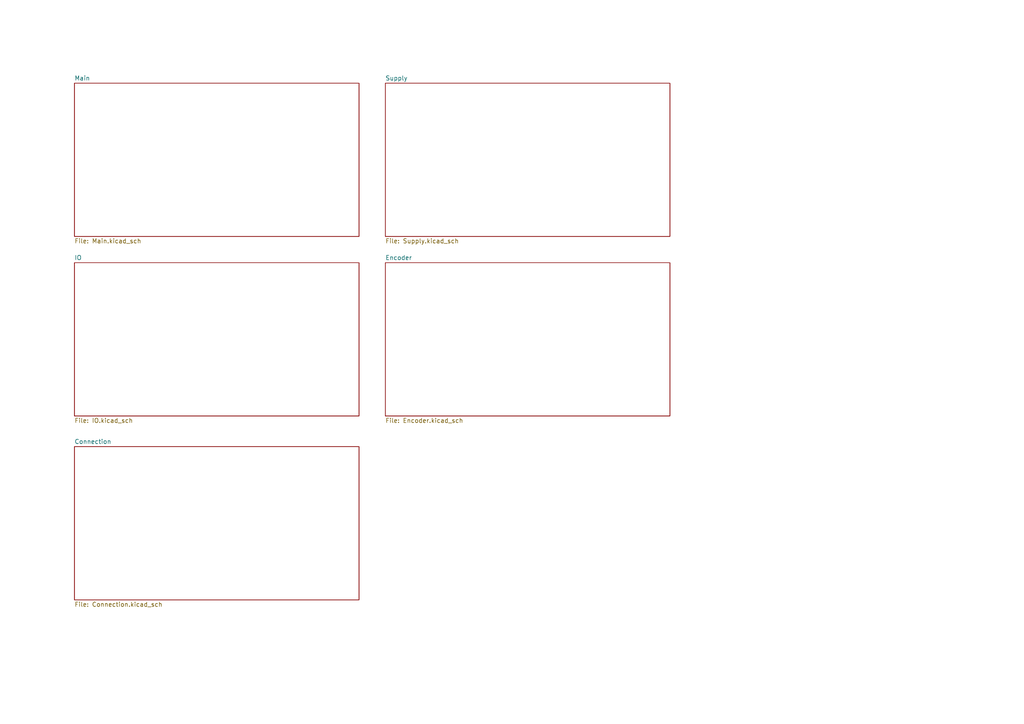
<source format=kicad_sch>
(kicad_sch (version 20211123) (generator eeschema)
  (paper "A4")
  (lib_symbols)
  (sheet (at 111.76 76.2) (size 82.55 44.45) (stroke (width 0.1524))
    (property "Sheet name" "Encoder" (at 111.76 75.4884 0) (effects (justify left bottom)))
    (property "Sheet file" "Encoder.kicad_sch" (at 111.76 121.2346 0) (effects (justify left top)))
  )
  (sheet (at 21.59 76.2) (size 82.55 44.45) (stroke (width 0.1524))
    (property "Sheet name" "IO" (at 21.59 75.4884 0) (effects (justify left bottom)))
    (property "Sheet file" "IO.kicad_sch" (at 21.59 121.2346 0) (effects (justify left top)))
  )
  (sheet (at 111.76 24.13) (size 82.55 44.45) (stroke (width 0.1524))
    (property "Sheet name" "Supply" (at 111.76 23.4184 0) (effects (justify left bottom)))
    (property "Sheet file" "Supply.kicad_sch" (at 111.76 69.1646 0) (effects (justify left top)))
  )
  (sheet (at 21.59 129.54) (size 82.55 44.45) (stroke (width 0.1524))
    (property "Sheet name" "Connection" (at 21.59 128.8284 0) (effects (justify left bottom)))
    (property "Sheet file" "Connection.kicad_sch" (at 21.59 174.5746 0) (effects (justify left top)))
  )
  (sheet (at 21.59 24.13) (size 82.55 44.45) (stroke (width 0.1524))
    (property "Sheet name" "Main" (at 21.59 23.4184 0) (effects (justify left bottom)))
    (property "Sheet file" "Main.kicad_sch" (at 21.59 69.1646 0) (effects (justify left top)))
  )
)
</source>
